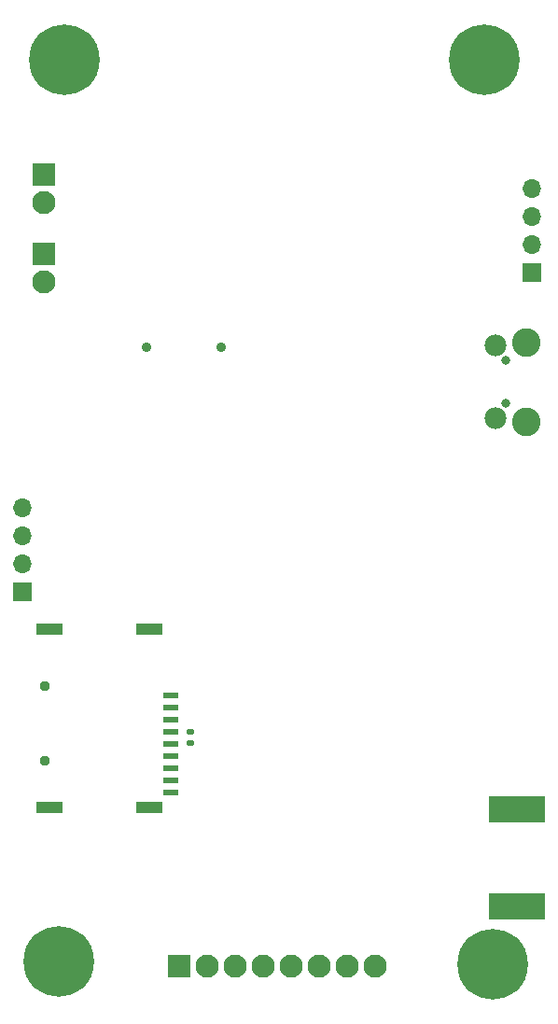
<source format=gbr>
%TF.GenerationSoftware,KiCad,Pcbnew,6.0.11-2627ca5db0~126~ubuntu22.04.1*%
%TF.CreationDate,2023-03-24T18:23:20-04:00*%
%TF.ProjectId,Io,496f2e6b-6963-4616-945f-706362585858,rev?*%
%TF.SameCoordinates,Original*%
%TF.FileFunction,Soldermask,Bot*%
%TF.FilePolarity,Negative*%
%FSLAX46Y46*%
G04 Gerber Fmt 4.6, Leading zero omitted, Abs format (unit mm)*
G04 Created by KiCad (PCBNEW 6.0.11-2627ca5db0~126~ubuntu22.04.1) date 2023-03-24 18:23:20*
%MOMM*%
%LPD*%
G01*
G04 APERTURE LIST*
G04 Aperture macros list*
%AMRoundRect*
0 Rectangle with rounded corners*
0 $1 Rounding radius*
0 $2 $3 $4 $5 $6 $7 $8 $9 X,Y pos of 4 corners*
0 Add a 4 corners polygon primitive as box body*
4,1,4,$2,$3,$4,$5,$6,$7,$8,$9,$2,$3,0*
0 Add four circle primitives for the rounded corners*
1,1,$1+$1,$2,$3*
1,1,$1+$1,$4,$5*
1,1,$1+$1,$6,$7*
1,1,$1+$1,$8,$9*
0 Add four rect primitives between the rounded corners*
20,1,$1+$1,$2,$3,$4,$5,0*
20,1,$1+$1,$4,$5,$6,$7,0*
20,1,$1+$1,$6,$7,$8,$9,0*
20,1,$1+$1,$8,$9,$2,$3,0*%
G04 Aperture macros list end*
%ADD10C,6.400000*%
%ADD11C,0.900000*%
%ADD12C,2.100000*%
%ADD13R,2.100000X2.100000*%
%ADD14R,1.700000X1.700000*%
%ADD15O,1.700000X1.700000*%
%ADD16C,0.800000*%
%ADD17C,2.586000*%
%ADD18C,1.969000*%
%ADD19R,5.080000X2.420000*%
%ADD20RoundRect,0.140000X-0.170000X0.140000X-0.170000X-0.140000X0.170000X-0.140000X0.170000X0.140000X0*%
%ADD21C,0.950000*%
%ADD22R,1.400000X0.620000*%
%ADD23R,2.400000X1.100000*%
G04 APERTURE END LIST*
D10*
%TO.C,H3*%
X172212000Y-146812000D03*
%TD*%
%TO.C,H4*%
X132842000Y-146558000D03*
%TD*%
%TO.C,H1*%
X133350000Y-64770000D03*
%TD*%
%TO.C,H2*%
X171450000Y-64770000D03*
%TD*%
D11*
%TO.C,SW1*%
X147545000Y-90805000D03*
X140745000Y-90805000D03*
%TD*%
D12*
%TO.C,J2*%
X161544000Y-146963500D03*
X159004000Y-146963500D03*
X156464000Y-146963500D03*
X153924000Y-146963500D03*
X151384000Y-146963500D03*
X148844000Y-146963500D03*
X146304000Y-146963500D03*
D13*
X143764000Y-146963500D03*
%TD*%
D14*
%TO.C,J1*%
X129540000Y-113020000D03*
D15*
X129540000Y-110480000D03*
X129540000Y-107940000D03*
X129540000Y-105400000D03*
%TD*%
D14*
%TO.C,J3*%
X175768000Y-84074000D03*
D15*
X175768000Y-81534000D03*
X175768000Y-78994000D03*
X175768000Y-76454000D03*
%TD*%
D13*
%TO.C,J5*%
X131445000Y-75184000D03*
D12*
X131445000Y-77724000D03*
%TD*%
D13*
%TO.C,J4*%
X131445000Y-82380000D03*
D12*
X131445000Y-84920000D03*
%TD*%
D16*
%TO.C,J7*%
X173360000Y-92060000D03*
X173360000Y-95960000D03*
D17*
X175260000Y-97610000D03*
X175260000Y-90410000D03*
D18*
X172460000Y-97310000D03*
X172460000Y-90710000D03*
%TD*%
D19*
%TO.C,J8*%
X174365000Y-141540000D03*
X174365000Y-132780000D03*
%TD*%
D20*
%TO.C,C19*%
X144764000Y-125758000D03*
X144764000Y-126718000D03*
%TD*%
D21*
%TO.C,J6*%
X131572000Y-121568000D03*
X131572000Y-128368000D03*
D22*
X142992000Y-122388000D03*
X142992000Y-123488000D03*
X142992000Y-124588000D03*
X142992000Y-125688000D03*
X142992000Y-126788000D03*
X142992000Y-127888000D03*
X142992000Y-128988000D03*
X142992000Y-130088000D03*
X142992000Y-131188000D03*
D23*
X131992000Y-132568000D03*
X140992000Y-132568000D03*
X140992000Y-116418000D03*
X131992000Y-116418000D03*
%TD*%
M02*

</source>
